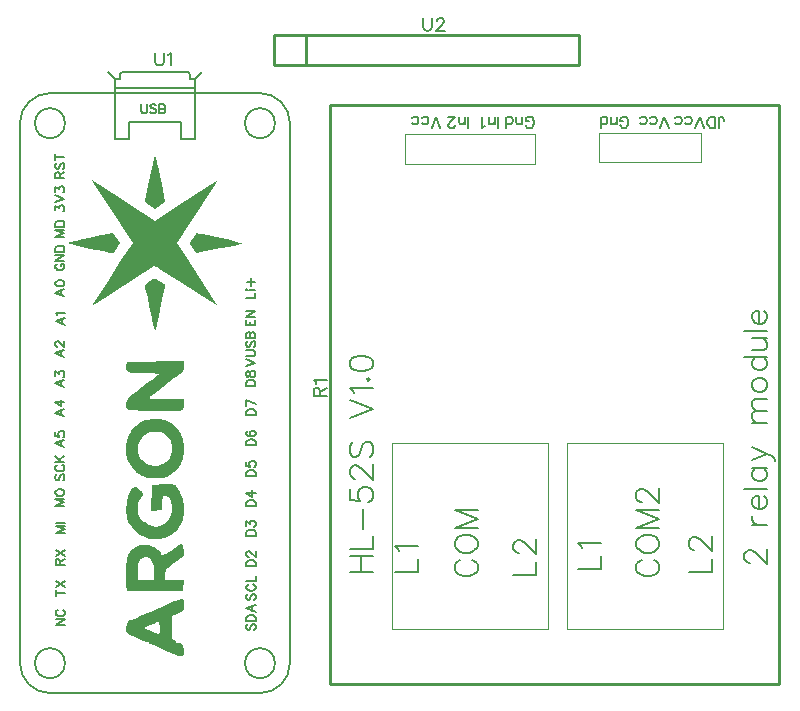
<source format=gto>
G04 Layer: TopSilkscreenLayer*
G04 EasyEDA v6.5.5, 2022-06-07 18:50:17*
G04 7653fe5fde93489792365d8cfc8fd1ed,10*
G04 Gerber Generator version 0.2*
G04 Scale: 100 percent, Rotated: No, Reflected: No *
G04 Dimensions in millimeters *
G04 leading zeros omitted , absolute positions ,4 integer and 5 decimal *
%FSLAX45Y45*%
%MOMM*%

%ADD10C,0.2540*%
%ADD16C,0.1000*%
%ADD17C,0.1270*%
%ADD18C,0.2032*%
%ADD19C,0.1524*%
%ADD20C,0.1780*%

%LPD*%
G36*
X2325065Y4695291D02*
G01*
X2324862Y4695240D01*
X2324100Y4693615D01*
X2321458Y4684725D01*
X2317445Y4669028D01*
X2305913Y4620209D01*
X2291029Y4553407D01*
X2274417Y4475835D01*
X2259330Y4404004D01*
X2247696Y4347210D01*
X2240788Y4312107D01*
X2239518Y4304131D01*
X2240381Y4302048D01*
X2242921Y4299051D01*
X2246884Y4295292D01*
X2252065Y4290872D01*
X2265629Y4280763D01*
X2273604Y4275277D01*
X2324658Y4242968D01*
X2409240Y4297781D01*
X2409291Y4299051D01*
X2407920Y4307941D01*
X2400503Y4346752D01*
X2388463Y4406138D01*
X2371750Y4486249D01*
X2354275Y4567936D01*
X2340406Y4631436D01*
X2329992Y4676902D01*
X2326741Y4690059D01*
G37*
G36*
X1792478Y4481322D02*
G01*
X1811832Y4450080D01*
X1928215Y4269435D01*
X2135124Y3949446D01*
X2040128Y3803446D01*
X1931568Y3635654D01*
X1867103Y3535476D01*
X1820011Y3461867D01*
X1800555Y3430828D01*
X1797100Y3423869D01*
X1798066Y3422294D01*
X1803806Y3425037D01*
X1831492Y3442360D01*
X1980234Y3537965D01*
X2318512Y3756151D01*
X2319985Y3756406D01*
X2322372Y3755999D01*
X2325573Y3754983D01*
X2334463Y3750970D01*
X2346452Y3744518D01*
X2361336Y3735781D01*
X2378862Y3724859D01*
X2554274Y3611575D01*
X2787040Y3461664D01*
X2848610Y3422243D01*
X2852216Y3420262D01*
X2853690Y3420160D01*
X2853588Y3421583D01*
X2850540Y3427018D01*
X2756865Y3572916D01*
X2593594Y3825951D01*
X2513584Y3949192D01*
X2624378Y4121505D01*
X2831947Y4443374D01*
X2851810Y4474616D01*
X2852826Y4477461D01*
X2850845Y4477359D01*
X2845155Y4474464D01*
X2830576Y4465472D01*
X2768752Y4426102D01*
X2672943Y4364532D01*
X2526893Y4270146D01*
X2324404Y4138625D01*
X1860702Y4438294D01*
X1813102Y4468723D01*
G37*
G36*
X2681884Y4033977D02*
G01*
X2678988Y4033469D01*
X2675737Y4031843D01*
X2672130Y4028998D01*
X2668016Y4024833D01*
X2663342Y4019296D01*
X2658110Y4012285D01*
X2652115Y4003700D01*
X2639618Y3984396D01*
X2630373Y3968343D01*
X2626969Y3961536D01*
X2624378Y3955694D01*
X2622702Y3950919D01*
X2621940Y3947210D01*
X2622143Y3944721D01*
X2623667Y3941216D01*
X2629001Y3931462D01*
X2636520Y3919067D01*
X2645410Y3905453D01*
X2654655Y3891889D01*
X2663393Y3879748D01*
X2670708Y3870299D01*
X2675737Y3864965D01*
X2677109Y3864203D01*
X2682494Y3865067D01*
X2714904Y3871518D01*
X2836265Y3896868D01*
X2990748Y3929887D01*
X3040989Y3940911D01*
X3069640Y3947566D01*
X3069691Y3947769D01*
X3068167Y3948480D01*
X3059277Y3951122D01*
X3043275Y3955287D01*
X2994456Y3966972D01*
X2930347Y3981704D01*
X2841802Y4001465D01*
X2774746Y4015943D01*
X2720289Y4027220D01*
X2700528Y4031081D01*
X2687116Y4033367D01*
G37*
G36*
X1964689Y4033774D02*
G01*
X1958339Y4032859D01*
X1925370Y4026560D01*
X1870913Y4015435D01*
X1801672Y4000804D01*
X1716633Y3982364D01*
X1651558Y3967683D01*
X1604060Y3956304D01*
X1588770Y3952290D01*
X1580134Y3949700D01*
X1578559Y3948937D01*
X1578508Y3948734D01*
X1583740Y3947058D01*
X1616811Y3939184D01*
X1672437Y3926789D01*
X1741525Y3911854D01*
X1824126Y3894378D01*
X1891741Y3880408D01*
X1944522Y3869842D01*
X1962454Y3866489D01*
X1973275Y3864711D01*
X1976018Y3864559D01*
X2030831Y3949141D01*
X1996338Y4003700D01*
X1989937Y4013301D01*
X1984552Y4020718D01*
X1979930Y4026154D01*
X1975866Y4029964D01*
X1972106Y4032351D01*
X1968500Y4033520D01*
G37*
G36*
X2322576Y3653790D02*
G01*
X2320696Y3653180D01*
X2312873Y3649116D01*
X2300935Y3642106D01*
X2286254Y3632911D01*
X2268728Y3621227D01*
X2260600Y3615436D01*
X2253945Y3610254D01*
X2248611Y3605682D01*
X2244648Y3601618D01*
X2241905Y3598011D01*
X2240280Y3594811D01*
X2239822Y3591915D01*
X2240838Y3583990D01*
X2243582Y3568903D01*
X2248966Y3541572D01*
X2261260Y3483152D01*
X2276246Y3414268D01*
X2297836Y3318154D01*
X2311654Y3258769D01*
X2321763Y3217926D01*
X2324811Y3207105D01*
X2326030Y3204108D01*
X2326233Y3204159D01*
X2330805Y3223564D01*
X2354224Y3330854D01*
X2386025Y3480511D01*
X2407005Y3582212D01*
X2409647Y3596690D01*
X2408732Y3598316D01*
X2406192Y3600856D01*
X2402281Y3604209D01*
X2391003Y3612642D01*
X2376779Y3622548D01*
X2361234Y3632708D01*
X2346248Y3642004D01*
X2333548Y3649218D01*
X2328570Y3651707D01*
X2324862Y3653282D01*
G37*
G36*
X2569565Y2951175D02*
G01*
X2084374Y2945028D01*
X2080209Y2908249D01*
X2079599Y2899511D01*
X2079599Y2891688D01*
X2080310Y2884678D01*
X2080971Y2881426D01*
X2081834Y2878429D01*
X2084273Y2872892D01*
X2085898Y2870403D01*
X2087778Y2868117D01*
X2089912Y2865932D01*
X2092401Y2863900D01*
X2095144Y2862072D01*
X2098243Y2860344D01*
X2101697Y2858770D01*
X2109622Y2856026D01*
X2119122Y2853740D01*
X2130196Y2851912D01*
X2143048Y2850438D01*
X2157730Y2849372D01*
X2174341Y2848610D01*
X2193036Y2848051D01*
X2288336Y2847289D01*
X2323541Y2846425D01*
X2335784Y2845663D01*
X2344826Y2844596D01*
X2350922Y2843276D01*
X2352954Y2842463D01*
X2354326Y2841548D01*
X2355138Y2840532D01*
X2355392Y2839415D01*
X2355088Y2838246D01*
X2354326Y2836875D01*
X2351430Y2833878D01*
X2315464Y2805887D01*
X2302052Y2795016D01*
X2284679Y2781909D01*
X2259888Y2763621D01*
X2177643Y2704185D01*
X2161540Y2692095D01*
X2147214Y2680970D01*
X2134514Y2670708D01*
X2123389Y2661208D01*
X2113686Y2652420D01*
X2105406Y2644140D01*
X2098446Y2636418D01*
X2092706Y2629052D01*
X2088032Y2622042D01*
X2084425Y2615184D01*
X2081784Y2608529D01*
X2080006Y2601823D01*
X2078989Y2595118D01*
X2078685Y2588260D01*
X2078989Y2581452D01*
X2079752Y2574544D01*
X2081022Y2567787D01*
X2082698Y2561285D01*
X2084730Y2555290D01*
X2087067Y2549956D01*
X2089657Y2545486D01*
X2092401Y2542082D01*
X2094484Y2540863D01*
X2098344Y2539746D01*
X2103780Y2538628D01*
X2119172Y2536545D01*
X2139899Y2534666D01*
X2165197Y2532989D01*
X2194204Y2531465D01*
X2260396Y2529179D01*
X2332075Y2527858D01*
X2376830Y2527604D01*
X2411425Y2527655D01*
X2444038Y2528062D01*
X2473858Y2528722D01*
X2500172Y2529738D01*
X2522118Y2531059D01*
X2531211Y2531821D01*
X2538933Y2532735D01*
X2545130Y2533700D01*
X2549804Y2534716D01*
X2551480Y2535275D01*
X2555798Y2537612D01*
X2559456Y2541066D01*
X2562555Y2545689D01*
X2565095Y2551480D01*
X2567076Y2558440D01*
X2568448Y2566619D01*
X2569260Y2576017D01*
X2569565Y2586634D01*
X2569565Y2631084D01*
X2346502Y2631135D01*
X2321509Y2631541D01*
X2302306Y2632608D01*
X2294788Y2633421D01*
X2288743Y2634538D01*
X2284018Y2635910D01*
X2280615Y2637637D01*
X2279446Y2638602D01*
X2278583Y2639669D01*
X2278075Y2640838D01*
X2277872Y2642108D01*
X2277973Y2643479D01*
X2279192Y2646578D01*
X2281682Y2650134D01*
X2285339Y2654147D01*
X2290267Y2658719D01*
X2296414Y2663901D01*
X2312162Y2675991D01*
X2389225Y2731668D01*
X2420569Y2755239D01*
X2443378Y2772918D01*
X2462174Y2788056D01*
X2488285Y2810103D01*
X2499969Y2819247D01*
X2511856Y2828086D01*
X2523286Y2836113D01*
X2533599Y2842971D01*
X2544114Y2849473D01*
X2549347Y2853131D01*
X2553817Y2856839D01*
X2557627Y2860700D01*
X2560828Y2864764D01*
X2563418Y2869184D01*
X2565501Y2874010D01*
X2567076Y2879344D01*
X2568244Y2885338D01*
X2569006Y2891993D01*
X2569413Y2899410D01*
X2569565Y2907741D01*
G37*
G36*
X2323642Y2460447D02*
G01*
X2310333Y2460193D01*
X2297074Y2459431D01*
X2284018Y2458262D01*
X2271166Y2456586D01*
X2258669Y2454503D01*
X2246630Y2451963D01*
X2235098Y2448915D01*
X2224176Y2445461D01*
X2213914Y2441549D01*
X2204466Y2437130D01*
X2194864Y2431897D01*
X2185568Y2426106D01*
X2176627Y2419756D01*
X2167991Y2413000D01*
X2159711Y2405735D01*
X2151837Y2398014D01*
X2144268Y2389886D01*
X2137054Y2381351D01*
X2130247Y2372461D01*
X2123795Y2363216D01*
X2117750Y2353665D01*
X2112111Y2343810D01*
X2106828Y2333650D01*
X2102002Y2323236D01*
X2097532Y2312619D01*
X2093569Y2301798D01*
X2089962Y2290775D01*
X2086813Y2279599D01*
X2084120Y2268321D01*
X2081885Y2256891D01*
X2080107Y2245410D01*
X2078786Y2233828D01*
X2077974Y2222246D01*
X2077685Y2214422D01*
X2182012Y2214422D01*
X2182215Y2228291D01*
X2182977Y2240229D01*
X2184400Y2250592D01*
X2185416Y2255367D01*
X2186635Y2259888D01*
X2188108Y2264206D01*
X2189886Y2268474D01*
X2194306Y2276703D01*
X2200046Y2285136D01*
X2207209Y2294077D01*
X2216048Y2303932D01*
X2226513Y2315006D01*
X2236114Y2324760D01*
X2244699Y2332583D01*
X2252776Y2338730D01*
X2256790Y2341219D01*
X2260854Y2343353D01*
X2265070Y2345131D01*
X2269490Y2346655D01*
X2274163Y2347874D01*
X2279142Y2348890D01*
X2284577Y2349652D01*
X2296871Y2350617D01*
X2311603Y2351024D01*
X2346553Y2350820D01*
X2361082Y2350262D01*
X2373274Y2349195D01*
X2383536Y2347417D01*
X2388108Y2346198D01*
X2392426Y2344724D01*
X2396439Y2342997D01*
X2400350Y2341016D01*
X2404110Y2338679D01*
X2407818Y2336038D01*
X2411526Y2333040D01*
X2419197Y2325878D01*
X2427579Y2316988D01*
X2437434Y2305913D01*
X2446324Y2294890D01*
X2449982Y2289708D01*
X2453233Y2284577D01*
X2456078Y2279497D01*
X2458466Y2274366D01*
X2460548Y2269083D01*
X2462225Y2263597D01*
X2463596Y2257806D01*
X2464714Y2251608D01*
X2465527Y2245004D01*
X2466543Y2230018D01*
X2466746Y2205532D01*
X2465984Y2192528D01*
X2464409Y2180132D01*
X2463393Y2174189D01*
X2460650Y2162810D01*
X2459024Y2157323D01*
X2457196Y2152040D01*
X2452878Y2141880D01*
X2450439Y2137003D01*
X2447798Y2132330D01*
X2441854Y2123389D01*
X2435148Y2115007D01*
X2427579Y2107184D01*
X2419146Y2099970D01*
X2409901Y2093264D01*
X2404973Y2090115D01*
X2394458Y2084222D01*
X2383028Y2078888D01*
X2370785Y2074062D01*
X2358644Y2070049D01*
X2347366Y2067255D01*
X2336241Y2065477D01*
X2325268Y2064613D01*
X2319782Y2064562D01*
X2314346Y2064766D01*
X2303576Y2065934D01*
X2292858Y2068068D01*
X2282190Y2071217D01*
X2276856Y2073148D01*
X2266289Y2077821D01*
X2255723Y2083460D01*
X2245156Y2090115D01*
X2239873Y2093823D01*
X2229358Y2102053D01*
X2218791Y2111248D01*
X2213457Y2116226D01*
X2204821Y2125167D01*
X2201113Y2129434D01*
X2197862Y2133701D01*
X2194966Y2137968D01*
X2192477Y2142388D01*
X2190292Y2146960D01*
X2188413Y2151786D01*
X2186838Y2156866D01*
X2185517Y2162352D01*
X2184450Y2168296D01*
X2182977Y2181656D01*
X2182266Y2197557D01*
X2182012Y2214422D01*
X2077685Y2214422D01*
X2077618Y2204821D01*
X2077974Y2193188D01*
X2078837Y2181656D01*
X2080260Y2170176D01*
X2082139Y2158796D01*
X2084527Y2147519D01*
X2087473Y2136343D01*
X2090978Y2125370D01*
X2094992Y2114600D01*
X2099564Y2103983D01*
X2104948Y2093163D01*
X2111603Y2081682D01*
X2119274Y2070049D01*
X2127707Y2058365D01*
X2136800Y2046884D01*
X2146300Y2035759D01*
X2156104Y2025142D01*
X2165959Y2015286D01*
X2175814Y2006244D01*
X2185365Y1998319D01*
X2194458Y1991614D01*
X2202992Y1986330D01*
X2206955Y1984248D01*
X2210714Y1982622D01*
X2214219Y1981403D01*
X2217470Y1980641D01*
X2227478Y1979523D01*
X2234336Y1977085D01*
X2240178Y1973427D01*
X2245512Y1967534D01*
X2247544Y1966163D01*
X2250287Y1964893D01*
X2253589Y1963724D01*
X2261971Y1961743D01*
X2272334Y1960168D01*
X2284323Y1959000D01*
X2297582Y1958238D01*
X2311755Y1957882D01*
X2326538Y1957933D01*
X2341575Y1958339D01*
X2356459Y1959203D01*
X2370886Y1960372D01*
X2384450Y1961946D01*
X2396896Y1963877D01*
X2407767Y1966163D01*
X2416810Y1968855D01*
X2420467Y1970328D01*
X2423566Y1971852D01*
X2436520Y1979472D01*
X2448814Y1987194D01*
X2460396Y1995017D01*
X2471369Y2002942D01*
X2481630Y2010968D01*
X2491282Y2019198D01*
X2500325Y2027580D01*
X2508758Y2036114D01*
X2516530Y2044903D01*
X2523744Y2053894D01*
X2530398Y2063191D01*
X2536494Y2072690D01*
X2541981Y2082546D01*
X2547010Y2092655D01*
X2551430Y2103120D01*
X2555341Y2113940D01*
X2558796Y2125116D01*
X2561691Y2136698D01*
X2564180Y2148687D01*
X2566111Y2161133D01*
X2567635Y2173986D01*
X2568702Y2187346D01*
X2569362Y2201164D01*
X2569565Y2215489D01*
X2569260Y2229154D01*
X2568448Y2242515D01*
X2567076Y2255570D01*
X2565146Y2268372D01*
X2562656Y2280818D01*
X2559659Y2292959D01*
X2556103Y2304745D01*
X2552039Y2316226D01*
X2547416Y2327402D01*
X2542286Y2338171D01*
X2536647Y2348585D01*
X2530500Y2358694D01*
X2523845Y2368397D01*
X2516682Y2377744D01*
X2509012Y2386685D01*
X2500833Y2395220D01*
X2492146Y2403398D01*
X2483002Y2411120D01*
X2473350Y2418486D01*
X2463241Y2425395D01*
X2452674Y2431897D01*
X2441600Y2437942D01*
X2432354Y2442260D01*
X2422347Y2446121D01*
X2411577Y2449525D01*
X2400198Y2452471D01*
X2388260Y2454960D01*
X2375916Y2456942D01*
X2363165Y2458516D01*
X2350160Y2459634D01*
X2336952Y2460244D01*
G37*
G36*
X2439365Y1910689D02*
G01*
X2406396Y1909876D01*
X2301290Y1906219D01*
X2294737Y1682191D01*
X2381199Y1689303D01*
X2385415Y1761388D01*
X2387244Y1780590D01*
X2388463Y1787906D01*
X2389886Y1793951D01*
X2391664Y1798726D01*
X2393797Y1802434D01*
X2396337Y1805228D01*
X2399334Y1807159D01*
X2402941Y1808378D01*
X2407107Y1808988D01*
X2411933Y1809191D01*
X2416352Y1808988D01*
X2420569Y1808480D01*
X2424633Y1807616D01*
X2428494Y1806397D01*
X2432151Y1804822D01*
X2435606Y1802892D01*
X2438908Y1800656D01*
X2442006Y1798015D01*
X2444953Y1795068D01*
X2447696Y1791716D01*
X2450236Y1788058D01*
X2452573Y1784045D01*
X2454757Y1779676D01*
X2456738Y1774952D01*
X2458567Y1769872D01*
X2461615Y1758645D01*
X2463901Y1745996D01*
X2465476Y1731975D01*
X2466289Y1716481D01*
X2466441Y1701495D01*
X2465882Y1688541D01*
X2464663Y1676247D01*
X2462784Y1664563D01*
X2460244Y1653438D01*
X2457043Y1642872D01*
X2455214Y1637792D01*
X2450947Y1628089D01*
X2446020Y1618894D01*
X2440330Y1610207D01*
X2433980Y1602028D01*
X2426868Y1594307D01*
X2418994Y1587093D01*
X2410409Y1580286D01*
X2401011Y1573885D01*
X2390851Y1567942D01*
X2379929Y1562404D01*
X2367991Y1556969D01*
X2357577Y1553057D01*
X2352802Y1551584D01*
X2348179Y1550517D01*
X2343658Y1549755D01*
X2339136Y1549349D01*
X2334564Y1549298D01*
X2329942Y1549603D01*
X2325065Y1550212D01*
X2319934Y1551127D01*
X2308606Y1553972D01*
X2295398Y1558086D01*
X2285746Y1561744D01*
X2275332Y1566519D01*
X2264562Y1572107D01*
X2253742Y1578457D01*
X2243124Y1585264D01*
X2233117Y1592427D01*
X2224024Y1599641D01*
X2216150Y1606753D01*
X2207666Y1615287D01*
X2200656Y1623110D01*
X2195017Y1630578D01*
X2190597Y1638147D01*
X2188768Y1642059D01*
X2187194Y1646174D01*
X2185873Y1650492D01*
X2184755Y1655114D01*
X2183079Y1665325D01*
X2182063Y1677263D01*
X2181555Y1691284D01*
X2181453Y1707794D01*
X2181860Y1725675D01*
X2182977Y1741728D01*
X2184755Y1755292D01*
X2185873Y1760982D01*
X2187092Y1765807D01*
X2188413Y1769668D01*
X2189784Y1772564D01*
X2191308Y1774342D01*
X2197303Y1776272D01*
X2200910Y1779981D01*
X2203348Y1785416D01*
X2205177Y1798726D01*
X2207615Y1804162D01*
X2211222Y1807819D01*
X2215692Y1809191D01*
X2219299Y1809496D01*
X2222195Y1810359D01*
X2224430Y1811731D01*
X2225954Y1813610D01*
X2226818Y1815998D01*
X2227021Y1818792D01*
X2226564Y1821942D01*
X2225497Y1825498D01*
X2223770Y1829307D01*
X2221484Y1833473D01*
X2218588Y1837842D01*
X2215134Y1842414D01*
X2211070Y1847189D01*
X2206498Y1852117D01*
X2201367Y1857146D01*
X2189683Y1867255D01*
X2184044Y1871725D01*
X2178659Y1875485D01*
X2173579Y1878685D01*
X2168753Y1881225D01*
X2164181Y1883105D01*
X2159762Y1884324D01*
X2155545Y1884883D01*
X2151430Y1884832D01*
X2147468Y1884070D01*
X2143607Y1882597D01*
X2139797Y1880463D01*
X2136038Y1877669D01*
X2132279Y1874113D01*
X2128520Y1869846D01*
X2124710Y1864918D01*
X2120849Y1859229D01*
X2112772Y1845614D01*
X2106523Y1833625D01*
X2102713Y1824736D01*
X2099208Y1814982D01*
X2095957Y1804466D01*
X2093061Y1793290D01*
X2090420Y1781505D01*
X2088184Y1769262D01*
X2086203Y1756664D01*
X2084628Y1743760D01*
X2083358Y1730654D01*
X2082444Y1717497D01*
X2081885Y1704289D01*
X2081682Y1691233D01*
X2081834Y1678330D01*
X2082393Y1665732D01*
X2083358Y1653539D01*
X2084679Y1641856D01*
X2086406Y1630730D01*
X2088489Y1620266D01*
X2091029Y1610614D01*
X2093975Y1602028D01*
X2098192Y1592935D01*
X2103780Y1582775D01*
X2110486Y1571955D01*
X2118106Y1560728D01*
X2126437Y1549501D01*
X2135174Y1538630D01*
X2144166Y1528368D01*
X2152954Y1519326D01*
X2161540Y1511147D01*
X2170379Y1503426D01*
X2179320Y1496161D01*
X2188464Y1489354D01*
X2197760Y1483055D01*
X2207209Y1477213D01*
X2216759Y1471828D01*
X2226462Y1466951D01*
X2236216Y1462481D01*
X2246122Y1458468D01*
X2256028Y1454912D01*
X2266035Y1451864D01*
X2276144Y1449222D01*
X2286203Y1447038D01*
X2296363Y1445260D01*
X2306523Y1443990D01*
X2316683Y1443126D01*
X2326792Y1442720D01*
X2336952Y1442770D01*
X2347010Y1443228D01*
X2357069Y1444091D01*
X2367076Y1445412D01*
X2376982Y1447190D01*
X2386838Y1449374D01*
X2396540Y1452016D01*
X2406192Y1455013D01*
X2415692Y1458468D01*
X2425090Y1462379D01*
X2434336Y1466646D01*
X2443429Y1471371D01*
X2452370Y1476451D01*
X2461107Y1481988D01*
X2469642Y1487932D01*
X2477973Y1494282D01*
X2486101Y1501038D01*
X2494026Y1508150D01*
X2501696Y1515719D01*
X2509062Y1523644D01*
X2516225Y1531975D01*
X2523083Y1540713D01*
X2529636Y1549857D01*
X2535936Y1559356D01*
X2541879Y1569262D01*
X2547467Y1579524D01*
X2552801Y1590192D01*
X2557119Y1600098D01*
X2560421Y1609750D01*
X2563164Y1620570D01*
X2565450Y1632305D01*
X2567279Y1644853D01*
X2568549Y1658061D01*
X2569413Y1671828D01*
X2569768Y1685950D01*
X2569667Y1700377D01*
X2569108Y1714906D01*
X2568041Y1729435D01*
X2566568Y1743760D01*
X2564688Y1757832D01*
X2562301Y1771446D01*
X2559507Y1784451D01*
X2556256Y1796796D01*
X2552649Y1808276D01*
X2548534Y1818741D01*
X2535326Y1846427D01*
X2528824Y1859280D01*
X2522778Y1870354D01*
X2516987Y1879752D01*
X2511196Y1887677D01*
X2505202Y1894128D01*
X2502052Y1896872D01*
X2498801Y1899361D01*
X2495346Y1901494D01*
X2491740Y1903374D01*
X2487930Y1905000D01*
X2483815Y1906422D01*
X2479497Y1907590D01*
X2469896Y1909267D01*
X2458923Y1910283D01*
G37*
G36*
X2549652Y1400708D02*
G01*
X2545638Y1400556D01*
X2541016Y1399946D01*
X2531719Y1397762D01*
X2523236Y1394714D01*
X2516479Y1391259D01*
X2512466Y1387754D01*
X2510739Y1385671D01*
X2504643Y1380032D01*
X2495753Y1372920D01*
X2484577Y1364640D01*
X2471775Y1355699D01*
X2457958Y1346403D01*
X2429967Y1328572D01*
X2416962Y1320850D01*
X2405532Y1314450D01*
X2396236Y1309776D01*
X2392578Y1308201D01*
X2389733Y1307236D01*
X2387701Y1306880D01*
X2382977Y1308252D01*
X2379065Y1311910D01*
X2376474Y1317294D01*
X2375154Y1326946D01*
X2374239Y1330147D01*
X2372715Y1333449D01*
X2370632Y1336802D01*
X2367991Y1340256D01*
X2364892Y1343761D01*
X2361336Y1347317D01*
X2357374Y1350873D01*
X2353005Y1354429D01*
X2343200Y1361440D01*
X2332228Y1368247D01*
X2320340Y1374749D01*
X2307742Y1380693D01*
X2294788Y1386027D01*
X2281732Y1390548D01*
X2268728Y1394155D01*
X2262378Y1395577D01*
X2250084Y1397558D01*
X2244242Y1398066D01*
X2238552Y1398219D01*
X2226259Y1397660D01*
X2220061Y1396949D01*
X2207768Y1394764D01*
X2201672Y1393291D01*
X2195626Y1391564D01*
X2183638Y1387348D01*
X2172004Y1382268D01*
X2160727Y1376324D01*
X2149856Y1369517D01*
X2139594Y1361998D01*
X2134666Y1357985D01*
X2125370Y1349451D01*
X2116836Y1340256D01*
X2112873Y1335430D01*
X2105660Y1325422D01*
X2099360Y1314907D01*
X2096617Y1309522D01*
X2094026Y1302969D01*
X2091588Y1294841D01*
X2089353Y1285290D01*
X2087321Y1274368D01*
X2085492Y1262278D01*
X2083816Y1249172D01*
X2082342Y1235202D01*
X2080006Y1205280D01*
X2079091Y1189583D01*
X2078431Y1173632D01*
X2077770Y1149553D01*
X2077618Y1133602D01*
X2077904Y1101394D01*
X2181453Y1101394D01*
X2181453Y1192987D01*
X2181860Y1213916D01*
X2182266Y1222756D01*
X2183638Y1237589D01*
X2184603Y1243787D01*
X2185822Y1249273D01*
X2187295Y1254099D01*
X2189073Y1258417D01*
X2191156Y1262227D01*
X2193544Y1265732D01*
X2196287Y1268933D01*
X2199386Y1271930D01*
X2206802Y1277721D01*
X2212289Y1281379D01*
X2217623Y1284630D01*
X2222754Y1287424D01*
X2227732Y1289710D01*
X2232558Y1291539D01*
X2237232Y1292961D01*
X2241804Y1293876D01*
X2246223Y1294282D01*
X2250592Y1294282D01*
X2254808Y1293774D01*
X2259025Y1292809D01*
X2263089Y1291336D01*
X2267153Y1289405D01*
X2271166Y1287018D01*
X2275128Y1284122D01*
X2279040Y1280718D01*
X2282952Y1276858D01*
X2286914Y1272540D01*
X2294788Y1262329D01*
X2297887Y1257808D01*
X2300732Y1253185D01*
X2305710Y1243533D01*
X2307844Y1238504D01*
X2309774Y1233271D01*
X2311501Y1227836D01*
X2313025Y1222146D01*
X2315464Y1210005D01*
X2317140Y1196594D01*
X2318105Y1181760D01*
X2318410Y1165301D01*
X2318410Y1101394D01*
X2077904Y1101394D01*
X2078989Y1073759D01*
X2079853Y1060551D01*
X2080920Y1048359D01*
X2082241Y1037285D01*
X2083765Y1027531D01*
X2085492Y1019251D01*
X2087422Y1012545D01*
X2089607Y1007618D01*
X2090775Y1005840D01*
X2091994Y1004569D01*
X2093264Y1003757D01*
X2098649Y1002893D01*
X2109571Y1002182D01*
X2146046Y1001064D01*
X2198624Y1000556D01*
X2263241Y1000607D01*
X2335885Y1001268D01*
X2563876Y1004366D01*
X2570886Y1101394D01*
X2409748Y1101394D01*
X2409799Y1147927D01*
X2410256Y1158341D01*
X2411425Y1167638D01*
X2413558Y1176070D01*
X2415082Y1180084D01*
X2416911Y1183995D01*
X2419146Y1187805D01*
X2421737Y1191615D01*
X2424734Y1195425D01*
X2428240Y1199286D01*
X2432202Y1203248D01*
X2441702Y1211529D01*
X2453538Y1220571D01*
X2467965Y1230680D01*
X2485186Y1242110D01*
X2570734Y1296974D01*
X2566517Y1361236D01*
X2565704Y1370431D01*
X2564739Y1378204D01*
X2563571Y1384655D01*
X2562148Y1389837D01*
X2560472Y1393850D01*
X2558389Y1396847D01*
X2555951Y1398930D01*
X2553055Y1400200D01*
G37*
G36*
X2550261Y936244D02*
G01*
X2546858Y936091D01*
X2538933Y934821D01*
X2529332Y932281D01*
X2517902Y928420D01*
X2504490Y923340D01*
X2488946Y916940D01*
X2450846Y900328D01*
X2385466Y871270D01*
X2361438Y860856D01*
X2307844Y838453D01*
X2237994Y810717D01*
X2210714Y798677D01*
X2196846Y792073D01*
X2183892Y785622D01*
X2172512Y779576D01*
X2156714Y771550D01*
X2148840Y768045D01*
X2141270Y764997D01*
X2134260Y762508D01*
X2128012Y760577D01*
X2122728Y759358D01*
X2114448Y758494D01*
X2110384Y757224D01*
X2106523Y755142D01*
X2102815Y752297D01*
X2099310Y748842D01*
X2096058Y744829D01*
X2093010Y740257D01*
X2090216Y735228D01*
X2087727Y729843D01*
X2085492Y724103D01*
X2083562Y718159D01*
X2081987Y712012D01*
X2080717Y705713D01*
X2079752Y699363D01*
X2079149Y691286D01*
X2233777Y691286D01*
X2265984Y707999D01*
X2279751Y714502D01*
X2286660Y717346D01*
X2299665Y721868D01*
X2305354Y723392D01*
X2310180Y724357D01*
X2313990Y724712D01*
X2320137Y725627D01*
X2325166Y728065D01*
X2328570Y731672D01*
X2331161Y740562D01*
X2334869Y744169D01*
X2340305Y746658D01*
X2346960Y747522D01*
X2350008Y747217D01*
X2352700Y746302D01*
X2355088Y744677D01*
X2357170Y742340D01*
X2358898Y739140D01*
X2360371Y735177D01*
X2361590Y730250D01*
X2362504Y724408D01*
X2363216Y717550D01*
X2363724Y709625D01*
X2364079Y690372D01*
X2363825Y668528D01*
X2363470Y660196D01*
X2362860Y653491D01*
X2361996Y648309D01*
X2360777Y644448D01*
X2359202Y641908D01*
X2357221Y640486D01*
X2354783Y640181D01*
X2351786Y640791D01*
X2348230Y642213D01*
X2332786Y650189D01*
X2310688Y660247D01*
X2291638Y668324D01*
X2233777Y691286D01*
X2079149Y691286D01*
X2079040Y686816D01*
X2079243Y680720D01*
X2079853Y674827D01*
X2080869Y669239D01*
X2082342Y663956D01*
X2084273Y659130D01*
X2086711Y654761D01*
X2089556Y650900D01*
X2092960Y647700D01*
X2098395Y643991D01*
X2106422Y639318D01*
X2116429Y633984D01*
X2140254Y622401D01*
X2190953Y599897D01*
X2211476Y590245D01*
X2222703Y584657D01*
X2232406Y580948D01*
X2237435Y579374D01*
X2247188Y577138D01*
X2251608Y576529D01*
X2255469Y576326D01*
X2262174Y575411D01*
X2267661Y572973D01*
X2271369Y569315D01*
X2273960Y560476D01*
X2277262Y556818D01*
X2282139Y554380D01*
X2288133Y553466D01*
X2291892Y553161D01*
X2296718Y552196D01*
X2308707Y548792D01*
X2322576Y543661D01*
X2336647Y537464D01*
X2354021Y529285D01*
X2402078Y507796D01*
X2458313Y483311D01*
X2485948Y470611D01*
X2508199Y459536D01*
X2513279Y457454D01*
X2524506Y453948D01*
X2530348Y452628D01*
X2536088Y451612D01*
X2541574Y450951D01*
X2546553Y450748D01*
X2553004Y451104D01*
X2558186Y452475D01*
X2562199Y455015D01*
X2565196Y458978D01*
X2567279Y464616D01*
X2568651Y472185D01*
X2569362Y481939D01*
X2569565Y494131D01*
X2569362Y502716D01*
X2568803Y510743D01*
X2567889Y518210D01*
X2566568Y525119D01*
X2564892Y531469D01*
X2562809Y537260D01*
X2560421Y542544D01*
X2557576Y547217D01*
X2554427Y551383D01*
X2550871Y554939D01*
X2546908Y557987D01*
X2542590Y560476D01*
X2537917Y562406D01*
X2532888Y563778D01*
X2527452Y564591D01*
X2521610Y564896D01*
X2513634Y565810D01*
X2507081Y568248D01*
X2502662Y571855D01*
X2499715Y580745D01*
X2496058Y584352D01*
X2490571Y586841D01*
X2481935Y587857D01*
X2480056Y588314D01*
X2478379Y589178D01*
X2476804Y590346D01*
X2475382Y591972D01*
X2474112Y594055D01*
X2472944Y596646D01*
X2471877Y599744D01*
X2470150Y607669D01*
X2468829Y618083D01*
X2467864Y631240D01*
X2467254Y647496D01*
X2466898Y667004D01*
X2466797Y792632D01*
X2526690Y819962D01*
X2540812Y826871D01*
X2546553Y830021D01*
X2551430Y833119D01*
X2555595Y836168D01*
X2559100Y839317D01*
X2561945Y842619D01*
X2564231Y846124D01*
X2566009Y849934D01*
X2567330Y854202D01*
X2568295Y858926D01*
X2568956Y864158D01*
X2569514Y876706D01*
X2569464Y900023D01*
X2569159Y909015D01*
X2568397Y916736D01*
X2567127Y923188D01*
X2566263Y925880D01*
X2565146Y928319D01*
X2563825Y930402D01*
X2562301Y932180D01*
X2560472Y933602D01*
X2558389Y934770D01*
X2556002Y935583D01*
X2553309Y936040D01*
G37*
D19*
X3669284Y2654300D02*
G01*
X3778250Y2654300D01*
X3669284Y2654300D02*
G01*
X3669284Y2701036D01*
X3674363Y2716529D01*
X3679697Y2721863D01*
X3690111Y2726944D01*
X3700525Y2726944D01*
X3710940Y2721863D01*
X3716020Y2716529D01*
X3721100Y2701036D01*
X3721100Y2654300D01*
X3721100Y2690621D02*
G01*
X3778250Y2726944D01*
X3690111Y2761234D02*
G01*
X3684777Y2771647D01*
X3669284Y2787395D01*
X3778250Y2787395D01*
D18*
X7361176Y1241044D02*
G01*
X7352032Y1241044D01*
X7333490Y1250442D01*
X7324346Y1259586D01*
X7315202Y1278128D01*
X7315202Y1314957D01*
X7324346Y1333500D01*
X7333490Y1342644D01*
X7352032Y1352042D01*
X7370574Y1352042D01*
X7389116Y1342644D01*
X7416802Y1324355D01*
X7509004Y1231900D01*
X7509004Y1361186D01*
X7379718Y1564386D02*
G01*
X7509004Y1564386D01*
X7435090Y1564386D02*
G01*
X7407404Y1573529D01*
X7389116Y1592071D01*
X7379718Y1610613D01*
X7379718Y1638300D01*
X7435090Y1699260D02*
G01*
X7435090Y1810004D01*
X7416802Y1810004D01*
X7398260Y1800860D01*
X7389116Y1791715D01*
X7379718Y1773173D01*
X7379718Y1745487D01*
X7389116Y1726945D01*
X7407404Y1708404D01*
X7435090Y1699260D01*
X7453632Y1699260D01*
X7481318Y1708404D01*
X7499860Y1726945D01*
X7509004Y1745487D01*
X7509004Y1773173D01*
X7499860Y1791715D01*
X7481318Y1810004D01*
X7315202Y1870963D02*
G01*
X7509004Y1870963D01*
X7379718Y2042921D02*
G01*
X7509004Y2042921D01*
X7407404Y2042921D02*
G01*
X7389116Y2024379D01*
X7379718Y2005837D01*
X7379718Y1978152D01*
X7389116Y1959610D01*
X7407404Y1941321D01*
X7435090Y1931923D01*
X7453632Y1931923D01*
X7481318Y1941321D01*
X7499860Y1959610D01*
X7509004Y1978152D01*
X7509004Y2005837D01*
X7499860Y2024379D01*
X7481318Y2042921D01*
X7379718Y2113026D02*
G01*
X7509004Y2168397D01*
X7379718Y2223770D02*
G01*
X7509004Y2168397D01*
X7546088Y2150110D01*
X7564376Y2131568D01*
X7573774Y2113026D01*
X7573774Y2103881D01*
X7379718Y2426970D02*
G01*
X7509004Y2426970D01*
X7416802Y2426970D02*
G01*
X7389116Y2454910D01*
X7379718Y2473197D01*
X7379718Y2500884D01*
X7389116Y2519426D01*
X7416802Y2528570D01*
X7509004Y2528570D01*
X7416802Y2528570D02*
G01*
X7389116Y2556510D01*
X7379718Y2574797D01*
X7379718Y2602484D01*
X7389116Y2621026D01*
X7416802Y2630170D01*
X7509004Y2630170D01*
X7379718Y2737357D02*
G01*
X7389116Y2719070D01*
X7407404Y2700528D01*
X7435090Y2691129D01*
X7453632Y2691129D01*
X7481318Y2700528D01*
X7499860Y2719070D01*
X7509004Y2737357D01*
X7509004Y2765044D01*
X7499860Y2783586D01*
X7481318Y2802128D01*
X7453632Y2811271D01*
X7435090Y2811271D01*
X7407404Y2802128D01*
X7389116Y2783586D01*
X7379718Y2765044D01*
X7379718Y2737357D01*
X7315202Y2983229D02*
G01*
X7509004Y2983229D01*
X7407404Y2983229D02*
G01*
X7389116Y2964687D01*
X7379718Y2946145D01*
X7379718Y2918460D01*
X7389116Y2899918D01*
X7407404Y2881629D01*
X7435090Y2872231D01*
X7453632Y2872231D01*
X7481318Y2881629D01*
X7499860Y2899918D01*
X7509004Y2918460D01*
X7509004Y2946145D01*
X7499860Y2964687D01*
X7481318Y2983229D01*
X7379718Y3044189D02*
G01*
X7472174Y3044189D01*
X7499860Y3053334D01*
X7509004Y3071876D01*
X7509004Y3099562D01*
X7499860Y3117850D01*
X7472174Y3145789D01*
X7379718Y3145789D02*
G01*
X7509004Y3145789D01*
X7315202Y3206750D02*
G01*
X7509004Y3206750D01*
X7435090Y3267710D02*
G01*
X7435090Y3378454D01*
X7416802Y3378454D01*
X7398260Y3369310D01*
X7389116Y3359912D01*
X7379718Y3341370D01*
X7379718Y3313684D01*
X7389116Y3295395D01*
X7407404Y3276854D01*
X7435090Y3267710D01*
X7453632Y3267710D01*
X7481318Y3276854D01*
X7499860Y3295395D01*
X7509004Y3313684D01*
X7509004Y3341370D01*
X7499860Y3359912D01*
X7481318Y3378454D01*
X7095995Y4923789D02*
G01*
X7095995Y4996687D01*
X7100567Y5010150D01*
X7105139Y5014721D01*
X7114283Y5019294D01*
X7123173Y5019294D01*
X7132317Y5014721D01*
X7136889Y5010150D01*
X7141461Y4996687D01*
X7141461Y4987544D01*
X7066023Y4923789D02*
G01*
X7066023Y5019294D01*
X7066023Y4923789D02*
G01*
X7034273Y4923789D01*
X7020557Y4928362D01*
X7011413Y4937505D01*
X7006841Y4946650D01*
X7002269Y4960112D01*
X7002269Y4982971D01*
X7006841Y4996687D01*
X7011413Y5005578D01*
X7020557Y5014721D01*
X7034273Y5019294D01*
X7066023Y5019294D01*
X6972297Y4923789D02*
G01*
X6935975Y5019294D01*
X6899653Y4923789D02*
G01*
X6935975Y5019294D01*
X6815071Y4969255D02*
G01*
X6824215Y4960112D01*
X6833359Y4955794D01*
X6846821Y4955794D01*
X6855965Y4960112D01*
X6865109Y4969255D01*
X6869681Y4982971D01*
X6869681Y4992115D01*
X6865109Y5005578D01*
X6855965Y5014721D01*
X6846821Y5019294D01*
X6833359Y5019294D01*
X6824215Y5014721D01*
X6815071Y5005578D01*
X6730489Y4969255D02*
G01*
X6739633Y4960112D01*
X6748777Y4955794D01*
X6762493Y4955794D01*
X6771383Y4960112D01*
X6780527Y4969255D01*
X6785099Y4982971D01*
X6785099Y4992115D01*
X6780527Y5005578D01*
X6771383Y5014721D01*
X6762493Y5019294D01*
X6748777Y5019294D01*
X6739633Y5014721D01*
X6730489Y5005578D01*
X6673847Y4923787D02*
G01*
X6637525Y5019291D01*
X6601203Y4923787D02*
G01*
X6637525Y5019291D01*
X6516621Y4969253D02*
G01*
X6525765Y4960109D01*
X6534655Y4955791D01*
X6548371Y4955791D01*
X6557515Y4960109D01*
X6566659Y4969253D01*
X6571231Y4982969D01*
X6571231Y4992113D01*
X6566659Y5005575D01*
X6557515Y5014719D01*
X6548371Y5019291D01*
X6534655Y5019291D01*
X6525765Y5014719D01*
X6516621Y5005575D01*
X6432039Y4969253D02*
G01*
X6441183Y4960109D01*
X6450327Y4955791D01*
X6463789Y4955791D01*
X6472933Y4960109D01*
X6482077Y4969253D01*
X6486649Y4982969D01*
X6486649Y4992113D01*
X6482077Y5005575D01*
X6472933Y5014719D01*
X6463789Y5019291D01*
X6450327Y5019291D01*
X6441183Y5014719D01*
X6432039Y5005575D01*
X6264650Y4946650D02*
G01*
X6268968Y4937505D01*
X6278112Y4928362D01*
X6287256Y4923789D01*
X6305544Y4923789D01*
X6314434Y4928362D01*
X6323578Y4937505D01*
X6328150Y4946650D01*
X6332722Y4960112D01*
X6332722Y4982971D01*
X6328150Y4996687D01*
X6323578Y5005578D01*
X6314434Y5014721D01*
X6305544Y5019294D01*
X6287256Y5019294D01*
X6278112Y5014721D01*
X6268968Y5005578D01*
X6264650Y4996687D01*
X6264650Y4982971D01*
X6287256Y4982971D02*
G01*
X6264650Y4982971D01*
X6234424Y4955794D02*
G01*
X6234424Y5019294D01*
X6234424Y4973828D02*
G01*
X6220962Y4960112D01*
X6211818Y4955794D01*
X6198102Y4955794D01*
X6189212Y4960112D01*
X6184640Y4973828D01*
X6184640Y5019294D01*
X6100058Y4923789D02*
G01*
X6100058Y5019294D01*
X6100058Y4969255D02*
G01*
X6109202Y4960112D01*
X6118092Y4955794D01*
X6131808Y4955794D01*
X6140952Y4960112D01*
X6150096Y4969255D01*
X6154414Y4982971D01*
X6154414Y4992115D01*
X6150096Y5005578D01*
X6140952Y5014721D01*
X6131808Y5019294D01*
X6118092Y5019294D01*
X6109202Y5014721D01*
X6100058Y5005578D01*
X5464550Y4946650D02*
G01*
X5468868Y4937505D01*
X5478012Y4928362D01*
X5487156Y4923789D01*
X5505444Y4923789D01*
X5514334Y4928362D01*
X5523478Y4937505D01*
X5528050Y4946650D01*
X5532622Y4960112D01*
X5532622Y4982971D01*
X5528050Y4996687D01*
X5523478Y5005578D01*
X5514334Y5014721D01*
X5505444Y5019294D01*
X5487156Y5019294D01*
X5478012Y5014721D01*
X5468868Y5005578D01*
X5464550Y4996687D01*
X5464550Y4982971D01*
X5487156Y4982971D02*
G01*
X5464550Y4982971D01*
X5434324Y4955794D02*
G01*
X5434324Y5019294D01*
X5434324Y4973828D02*
G01*
X5420862Y4960112D01*
X5411718Y4955794D01*
X5398002Y4955794D01*
X5389112Y4960112D01*
X5384540Y4973828D01*
X5384540Y5019294D01*
X5299958Y4923789D02*
G01*
X5299958Y5019294D01*
X5299958Y4969255D02*
G01*
X5309102Y4960112D01*
X5317992Y4955794D01*
X5331708Y4955794D01*
X5340852Y4960112D01*
X5349996Y4969255D01*
X5354314Y4982971D01*
X5354314Y4992115D01*
X5349996Y5005578D01*
X5340852Y5014721D01*
X5331708Y5019294D01*
X5317992Y5019294D01*
X5309102Y5014721D01*
X5299958Y5005578D01*
X5229603Y4923789D02*
G01*
X5229603Y5019294D01*
X5199631Y4955794D02*
G01*
X5199631Y5019294D01*
X5199631Y4973828D02*
G01*
X5185915Y4960112D01*
X5176771Y4955794D01*
X5163309Y4955794D01*
X5154165Y4960112D01*
X5149593Y4973828D01*
X5149593Y5019294D01*
X5119621Y4942078D02*
G01*
X5110477Y4937505D01*
X5096761Y4923789D01*
X5096761Y5019294D01*
X4978400Y4923789D02*
G01*
X4978400Y5019294D01*
X4948427Y4955794D02*
G01*
X4948427Y5019294D01*
X4948427Y4973828D02*
G01*
X4934711Y4960112D01*
X4925568Y4955794D01*
X4912106Y4955794D01*
X4902961Y4960112D01*
X4898390Y4973828D01*
X4898390Y5019294D01*
X4863845Y4946650D02*
G01*
X4863845Y4942078D01*
X4859274Y4932934D01*
X4854702Y4928362D01*
X4845558Y4923789D01*
X4827524Y4923789D01*
X4818379Y4928362D01*
X4813808Y4932934D01*
X4809236Y4942078D01*
X4809236Y4951221D01*
X4813808Y4960112D01*
X4822952Y4973828D01*
X4868418Y5019294D01*
X4804663Y5019294D01*
X4741669Y4923789D02*
G01*
X4705347Y5019294D01*
X4669025Y4923789D02*
G01*
X4705347Y5019294D01*
X4584443Y4969255D02*
G01*
X4593587Y4960112D01*
X4602477Y4955794D01*
X4616193Y4955794D01*
X4625337Y4960112D01*
X4634481Y4969255D01*
X4639053Y4982971D01*
X4639053Y4992115D01*
X4634481Y5005578D01*
X4625337Y5014721D01*
X4616193Y5019294D01*
X4602477Y5019294D01*
X4593587Y5014721D01*
X4584443Y5005578D01*
X4499861Y4969255D02*
G01*
X4509005Y4960112D01*
X4518149Y4955794D01*
X4531611Y4955794D01*
X4540755Y4960112D01*
X4549899Y4969255D01*
X4554471Y4982971D01*
X4554471Y4992115D01*
X4549899Y5005578D01*
X4540755Y5014721D01*
X4531611Y5019294D01*
X4518149Y5019294D01*
X4509005Y5014721D01*
X4499861Y5005578D01*
X4908550Y1268729D02*
G01*
X4890261Y1259586D01*
X4871720Y1241044D01*
X4862575Y1222755D01*
X4862575Y1185671D01*
X4871720Y1167129D01*
X4890261Y1148842D01*
X4908550Y1139444D01*
X4936490Y1130300D01*
X4982463Y1130300D01*
X5010150Y1139444D01*
X5028691Y1148842D01*
X5047234Y1167129D01*
X5056377Y1185671D01*
X5056377Y1222755D01*
X5047234Y1241044D01*
X5028691Y1259586D01*
X5010150Y1268729D01*
X4862575Y1385315D02*
G01*
X4871720Y1366773D01*
X4890261Y1348231D01*
X4908550Y1339087D01*
X4936490Y1329689D01*
X4982463Y1329689D01*
X5010150Y1339087D01*
X5028691Y1348231D01*
X5047234Y1366773D01*
X5056377Y1385315D01*
X5056377Y1422145D01*
X5047234Y1440687D01*
X5028691Y1459229D01*
X5010150Y1468373D01*
X4982463Y1477518D01*
X4936490Y1477518D01*
X4908550Y1468373D01*
X4890261Y1459229D01*
X4871720Y1440687D01*
X4862575Y1422145D01*
X4862575Y1385315D01*
X4862575Y1538478D02*
G01*
X5056377Y1538478D01*
X4862575Y1538478D02*
G01*
X5056377Y1612392D01*
X4862575Y1686305D02*
G01*
X5056377Y1612392D01*
X4862575Y1686305D02*
G01*
X5056377Y1686305D01*
X6445250Y1268729D02*
G01*
X6426961Y1259586D01*
X6408420Y1241044D01*
X6399275Y1222755D01*
X6399275Y1185671D01*
X6408420Y1167129D01*
X6426961Y1148842D01*
X6445250Y1139444D01*
X6473190Y1130300D01*
X6519163Y1130300D01*
X6546850Y1139444D01*
X6565391Y1148842D01*
X6583934Y1167129D01*
X6593077Y1185671D01*
X6593077Y1222755D01*
X6583934Y1241044D01*
X6565391Y1259586D01*
X6546850Y1268729D01*
X6399275Y1385315D02*
G01*
X6408420Y1366773D01*
X6426961Y1348231D01*
X6445250Y1339087D01*
X6473190Y1329689D01*
X6519163Y1329689D01*
X6546850Y1339087D01*
X6565391Y1348231D01*
X6583934Y1366773D01*
X6593077Y1385315D01*
X6593077Y1422145D01*
X6583934Y1440687D01*
X6565391Y1459229D01*
X6546850Y1468373D01*
X6519163Y1477518D01*
X6473190Y1477518D01*
X6445250Y1468373D01*
X6426961Y1459229D01*
X6408420Y1440687D01*
X6399275Y1422145D01*
X6399275Y1385315D01*
X6399275Y1538478D02*
G01*
X6593077Y1538478D01*
X6399275Y1538478D02*
G01*
X6593077Y1612392D01*
X6399275Y1686305D02*
G01*
X6593077Y1612392D01*
X6399275Y1686305D02*
G01*
X6593077Y1686305D01*
X6445250Y1756410D02*
G01*
X6436106Y1756410D01*
X6417563Y1765807D01*
X6408420Y1774952D01*
X6399275Y1793494D01*
X6399275Y1830323D01*
X6408420Y1848865D01*
X6417563Y1858010D01*
X6436106Y1867407D01*
X6454647Y1867407D01*
X6473190Y1858010D01*
X6500875Y1839721D01*
X6593077Y1747265D01*
X6593077Y1876552D01*
X4356100Y1168400D02*
G01*
X4549902Y1168400D01*
X4549902Y1168400D02*
G01*
X4549902Y1279144D01*
X4392929Y1340104D02*
G01*
X4383786Y1358645D01*
X4356100Y1386331D01*
X4549902Y1386331D01*
X5359400Y1143000D02*
G01*
X5553202Y1143000D01*
X5553202Y1143000D02*
G01*
X5553202Y1253744D01*
X5405374Y1324102D02*
G01*
X5396229Y1324102D01*
X5377688Y1333245D01*
X5368543Y1342389D01*
X5359400Y1360931D01*
X5359400Y1398015D01*
X5368543Y1416304D01*
X5377688Y1425702D01*
X5396229Y1434845D01*
X5414772Y1434845D01*
X5433313Y1425702D01*
X5461000Y1407160D01*
X5553202Y1314704D01*
X5553202Y1443989D01*
X5903975Y1193800D02*
G01*
X6097777Y1193800D01*
X6097777Y1193800D02*
G01*
X6097777Y1304544D01*
X5940806Y1365504D02*
G01*
X5931661Y1384045D01*
X5903975Y1411731D01*
X6097777Y1411731D01*
X6843775Y1168400D02*
G01*
X7037577Y1168400D01*
X7037577Y1168400D02*
G01*
X7037577Y1279144D01*
X6889750Y1349502D02*
G01*
X6880606Y1349502D01*
X6862063Y1358645D01*
X6852920Y1367789D01*
X6843775Y1386331D01*
X6843775Y1423415D01*
X6852920Y1441704D01*
X6862063Y1451102D01*
X6880606Y1460245D01*
X6899147Y1460245D01*
X6917690Y1451102D01*
X6945375Y1432560D01*
X7037577Y1340104D01*
X7037577Y1469389D01*
X3975102Y1168400D02*
G01*
X4168904Y1168400D01*
X3975102Y1297686D02*
G01*
X4168904Y1297686D01*
X4067304Y1168400D02*
G01*
X4067304Y1297686D01*
X3975102Y1358645D02*
G01*
X4168904Y1358645D01*
X4168904Y1358645D02*
G01*
X4168904Y1469389D01*
X4085846Y1530350D02*
G01*
X4085846Y1696720D01*
X3975102Y1868423D02*
G01*
X3975102Y1776221D01*
X4058160Y1766823D01*
X4049016Y1776221D01*
X4039618Y1803907D01*
X4039618Y1831594D01*
X4049016Y1859279D01*
X4067304Y1877821D01*
X4094990Y1886965D01*
X4113532Y1886965D01*
X4141218Y1877821D01*
X4159760Y1859279D01*
X4168904Y1831594D01*
X4168904Y1803907D01*
X4159760Y1776221D01*
X4150616Y1766823D01*
X4132074Y1757679D01*
X4021076Y1957070D02*
G01*
X4011932Y1957070D01*
X3993390Y1966468D01*
X3984246Y1975612D01*
X3975102Y1994154D01*
X3975102Y2030984D01*
X3984246Y2049526D01*
X3993390Y2058670D01*
X4011932Y2068068D01*
X4030474Y2068068D01*
X4049016Y2058670D01*
X4076702Y2040381D01*
X4168904Y1947926D01*
X4168904Y2077212D01*
X4002788Y2267457D02*
G01*
X3984246Y2249170D01*
X3975102Y2221229D01*
X3975102Y2184400D01*
X3984246Y2156713D01*
X4002788Y2138171D01*
X4021076Y2138171D01*
X4039618Y2147570D01*
X4049016Y2156713D01*
X4058160Y2175255D01*
X4076702Y2230628D01*
X4085846Y2249170D01*
X4094990Y2258313D01*
X4113532Y2267457D01*
X4141218Y2267457D01*
X4159760Y2249170D01*
X4168904Y2221229D01*
X4168904Y2184400D01*
X4159760Y2156713D01*
X4141218Y2138171D01*
X3975102Y2470657D02*
G01*
X4168904Y2544571D01*
X3975102Y2618486D02*
G01*
X4168904Y2544571D01*
X4011932Y2679445D02*
G01*
X4002788Y2697987D01*
X3975102Y2725673D01*
X4168904Y2725673D01*
X4122676Y2795778D02*
G01*
X4132074Y2786634D01*
X4141218Y2795778D01*
X4132074Y2805176D01*
X4122676Y2795778D01*
X3975102Y2921507D02*
G01*
X3984246Y2893821D01*
X4011932Y2875279D01*
X4058160Y2866136D01*
X4085846Y2866136D01*
X4132074Y2875279D01*
X4159760Y2893821D01*
X4168904Y2921507D01*
X4168904Y2940050D01*
X4159760Y2967736D01*
X4132074Y2986023D01*
X4085846Y2995421D01*
X4058160Y2995421D01*
X4011932Y2986023D01*
X3984246Y2967736D01*
X3975102Y2940050D01*
X3975102Y2921507D01*
D19*
X2324100Y5563615D02*
G01*
X2324100Y5485637D01*
X2329179Y5470144D01*
X2339593Y5459729D01*
X2355341Y5454650D01*
X2365756Y5454650D01*
X2381250Y5459729D01*
X2391663Y5470144D01*
X2396743Y5485637D01*
X2396743Y5563615D01*
X2431034Y5542787D02*
G01*
X2441447Y5548121D01*
X2457195Y5563615D01*
X2457195Y5454650D01*
D20*
X1480057Y1724660D02*
G01*
X1557781Y1724660D01*
X1480057Y1724660D02*
G01*
X1557781Y1754123D01*
X1480057Y1783842D02*
G01*
X1557781Y1754123D01*
X1480057Y1783842D02*
G01*
X1557781Y1783842D01*
X1480057Y1830323D02*
G01*
X1483868Y1822957D01*
X1491234Y1815592D01*
X1498600Y1811781D01*
X1509521Y1808226D01*
X1528063Y1808226D01*
X1539239Y1811781D01*
X1546605Y1815592D01*
X1553971Y1822957D01*
X1557781Y1830323D01*
X1557781Y1845055D01*
X1553971Y1852421D01*
X1546605Y1859787D01*
X1539239Y1863597D01*
X1528063Y1867407D01*
X1509521Y1867407D01*
X1498600Y1863597D01*
X1491234Y1859787D01*
X1483868Y1852421D01*
X1480057Y1845055D01*
X1480057Y1830323D01*
X1491234Y1992376D02*
G01*
X1483868Y1985010D01*
X1480057Y1973834D01*
X1480057Y1959102D01*
X1483868Y1947926D01*
X1491234Y1940560D01*
X1498600Y1940560D01*
X1505965Y1944370D01*
X1509521Y1947926D01*
X1513331Y1955292D01*
X1520697Y1977389D01*
X1524507Y1985010D01*
X1528063Y1988565D01*
X1535429Y1992376D01*
X1546605Y1992376D01*
X1553971Y1985010D01*
X1557781Y1973834D01*
X1557781Y1959102D01*
X1553971Y1947926D01*
X1546605Y1940560D01*
X1498600Y2072131D02*
G01*
X1491234Y2068321D01*
X1483868Y2060955D01*
X1480057Y2053589D01*
X1480057Y2038857D01*
X1483868Y2031492D01*
X1491234Y2024126D01*
X1498600Y2020315D01*
X1509521Y2016760D01*
X1528063Y2016760D01*
X1539239Y2020315D01*
X1546605Y2024126D01*
X1553971Y2031492D01*
X1557781Y2038857D01*
X1557781Y2053589D01*
X1553971Y2060955D01*
X1546605Y2068321D01*
X1539239Y2072131D01*
X1480057Y2096515D02*
G01*
X1557781Y2096515D01*
X1480057Y2148331D02*
G01*
X1531873Y2096515D01*
X1513331Y2115057D02*
G01*
X1557781Y2148331D01*
X1480057Y2254504D02*
G01*
X1557781Y2225039D01*
X1480057Y2254504D02*
G01*
X1557781Y2284221D01*
X1531873Y2236215D02*
G01*
X1531873Y2273045D01*
X1480057Y2352802D02*
G01*
X1480057Y2315971D01*
X1513331Y2312162D01*
X1509521Y2315971D01*
X1505965Y2327147D01*
X1505965Y2338070D01*
X1509521Y2349245D01*
X1517142Y2356612D01*
X1528063Y2360168D01*
X1535429Y2360168D01*
X1546605Y2356612D01*
X1553971Y2349245D01*
X1557781Y2338070D01*
X1557781Y2327147D01*
X1553971Y2315971D01*
X1550162Y2312162D01*
X1542795Y2308605D01*
X1480057Y2513584D02*
G01*
X1557781Y2484120D01*
X1480057Y2513584D02*
G01*
X1557781Y2543302D01*
X1531873Y2495295D02*
G01*
X1531873Y2532126D01*
X1480057Y2604515D02*
G01*
X1531873Y2567686D01*
X1531873Y2623057D01*
X1480057Y2604515D02*
G01*
X1557781Y2604515D01*
X1480057Y2762504D02*
G01*
X1557781Y2733039D01*
X1480057Y2762504D02*
G01*
X1557781Y2792221D01*
X1531873Y2744215D02*
G01*
X1531873Y2781045D01*
X1480057Y2823971D02*
G01*
X1480057Y2864612D01*
X1509521Y2842513D01*
X1509521Y2853436D01*
X1513331Y2860802D01*
X1517142Y2864612D01*
X1528063Y2868168D01*
X1535429Y2868168D01*
X1546605Y2864612D01*
X1553971Y2857245D01*
X1557781Y2846070D01*
X1557781Y2835147D01*
X1553971Y2823971D01*
X1550162Y2820162D01*
X1542795Y2816605D01*
X1480057Y3016504D02*
G01*
X1557781Y2987039D01*
X1480057Y3016504D02*
G01*
X1557781Y3046221D01*
X1531873Y2998215D02*
G01*
X1531873Y3035045D01*
X1498600Y3074162D02*
G01*
X1494789Y3074162D01*
X1487423Y3077971D01*
X1483868Y3081528D01*
X1480057Y3089147D01*
X1480057Y3103879D01*
X1483868Y3111245D01*
X1487423Y3114802D01*
X1494789Y3118612D01*
X1502155Y3118612D01*
X1509521Y3114802D01*
X1520697Y3107436D01*
X1557781Y3070605D01*
X1557781Y3122168D01*
X1482597Y3288284D02*
G01*
X1560321Y3258820D01*
X1482597Y3288284D02*
G01*
X1560321Y3318002D01*
X1534413Y3269995D02*
G01*
X1534413Y3306826D01*
X1497329Y3342386D02*
G01*
X1493773Y3349752D01*
X1482597Y3360928D01*
X1560321Y3360928D01*
X1480057Y3529584D02*
G01*
X1557781Y3500120D01*
X1480057Y3529584D02*
G01*
X1557781Y3559302D01*
X1531873Y3511295D02*
G01*
X1531873Y3548126D01*
X1480057Y3605784D02*
G01*
X1483868Y3594607D01*
X1494789Y3587242D01*
X1513331Y3583686D01*
X1524507Y3583686D01*
X1542795Y3587242D01*
X1553971Y3594607D01*
X1557781Y3605784D01*
X1557781Y3613150D01*
X1553971Y3624326D01*
X1542795Y3631692D01*
X1524507Y3635247D01*
X1513331Y3635247D01*
X1494789Y3631692D01*
X1483868Y3624326D01*
X1480057Y3613150D01*
X1480057Y3605784D01*
X1498600Y3776471D02*
G01*
X1491234Y3772915D01*
X1483868Y3765550D01*
X1480057Y3757929D01*
X1480057Y3743197D01*
X1483868Y3735831D01*
X1491234Y3728465D01*
X1498600Y3724910D01*
X1509521Y3721100D01*
X1528063Y3721100D01*
X1539239Y3724910D01*
X1546605Y3728465D01*
X1553971Y3735831D01*
X1557781Y3743197D01*
X1557781Y3757929D01*
X1553971Y3765550D01*
X1546605Y3772915D01*
X1539239Y3776471D01*
X1528063Y3776471D01*
X1528063Y3757929D02*
G01*
X1528063Y3776471D01*
X1480057Y3800855D02*
G01*
X1557781Y3800855D01*
X1480057Y3800855D02*
G01*
X1557781Y3852671D01*
X1480057Y3852671D02*
G01*
X1557781Y3852671D01*
X1480057Y3877055D02*
G01*
X1557781Y3877055D01*
X1480057Y3877055D02*
G01*
X1480057Y3902963D01*
X1483868Y3913886D01*
X1491234Y3921505D01*
X1498600Y3925062D01*
X1509521Y3928871D01*
X1528063Y3928871D01*
X1539239Y3925062D01*
X1546605Y3921505D01*
X1553971Y3913886D01*
X1557781Y3902963D01*
X1557781Y3877055D01*
X1480057Y4005579D02*
G01*
X1557781Y4005579D01*
X1480057Y4005579D02*
G01*
X1557781Y4035044D01*
X1480057Y4064762D02*
G01*
X1557781Y4035044D01*
X1480057Y4064762D02*
G01*
X1557781Y4064762D01*
X1480057Y4089145D02*
G01*
X1557781Y4089145D01*
X1480057Y4089145D02*
G01*
X1480057Y4115054D01*
X1483868Y4125976D01*
X1491234Y4133342D01*
X1498600Y4137152D01*
X1509521Y4140707D01*
X1528063Y4140707D01*
X1539239Y4137152D01*
X1546605Y4133342D01*
X1553971Y4125976D01*
X1557781Y4115054D01*
X1557781Y4089145D01*
X1480057Y4226305D02*
G01*
X1480057Y4266945D01*
X1509521Y4244847D01*
X1509521Y4255770D01*
X1513331Y4263389D01*
X1517142Y4266945D01*
X1528063Y4270755D01*
X1535429Y4270755D01*
X1546605Y4266945D01*
X1553971Y4259579D01*
X1557781Y4248404D01*
X1557781Y4237481D01*
X1553971Y4226305D01*
X1550162Y4222750D01*
X1542795Y4218939D01*
X1480057Y4295139D02*
G01*
X1557781Y4324604D01*
X1480057Y4354068D02*
G01*
X1557781Y4324604D01*
X1480057Y4386071D02*
G01*
X1480057Y4426712D01*
X1509521Y4404360D01*
X1509521Y4415536D01*
X1513331Y4422902D01*
X1517142Y4426712D01*
X1528063Y4430268D01*
X1535429Y4430268D01*
X1546605Y4426712D01*
X1553971Y4419345D01*
X1557781Y4408170D01*
X1557781Y4396994D01*
X1553971Y4386071D01*
X1550162Y4382262D01*
X1542795Y4378705D01*
X1480057Y4498339D02*
G01*
X1557781Y4498339D01*
X1480057Y4498339D02*
G01*
X1480057Y4531613D01*
X1483868Y4542789D01*
X1487423Y4546345D01*
X1494789Y4550155D01*
X1502155Y4550155D01*
X1509521Y4546345D01*
X1513331Y4542789D01*
X1517142Y4531613D01*
X1517142Y4498339D01*
X1517142Y4524247D02*
G01*
X1557781Y4550155D01*
X1491234Y4626102D02*
G01*
X1483868Y4618736D01*
X1480057Y4607813D01*
X1480057Y4592828D01*
X1483868Y4581905D01*
X1491234Y4574539D01*
X1498600Y4574539D01*
X1505965Y4578095D01*
X1509521Y4581905D01*
X1513331Y4589271D01*
X1520697Y4611370D01*
X1524507Y4618736D01*
X1528063Y4622545D01*
X1535429Y4626102D01*
X1546605Y4626102D01*
X1553971Y4618736D01*
X1557781Y4607813D01*
X1557781Y4592828D01*
X1553971Y4581905D01*
X1546605Y4574539D01*
X1480057Y4676394D02*
G01*
X1557781Y4676394D01*
X1480057Y4650486D02*
G01*
X1480057Y4702302D01*
X2207259Y5126481D02*
G01*
X2207259Y5071110D01*
X2211070Y5059934D01*
X2218436Y5052568D01*
X2229358Y5048757D01*
X2236724Y5048757D01*
X2247900Y5052568D01*
X2255265Y5059934D01*
X2259075Y5071110D01*
X2259075Y5126481D01*
X2335022Y5115305D02*
G01*
X2327656Y5122671D01*
X2316734Y5126481D01*
X2301747Y5126481D01*
X2290825Y5122671D01*
X2283459Y5115305D01*
X2283459Y5107939D01*
X2287015Y5100573D01*
X2290825Y5097018D01*
X2298191Y5093207D01*
X2320290Y5085842D01*
X2327656Y5082031D01*
X2331465Y5078476D01*
X2335022Y5071110D01*
X2335022Y5059934D01*
X2327656Y5052568D01*
X2316734Y5048757D01*
X2301747Y5048757D01*
X2290825Y5052568D01*
X2283459Y5059934D01*
X2359406Y5126481D02*
G01*
X2359406Y5048757D01*
X2359406Y5126481D02*
G01*
X2392679Y5126481D01*
X2403856Y5122671D01*
X2407665Y5119115D01*
X2411222Y5111750D01*
X2411222Y5104384D01*
X2407665Y5097018D01*
X2403856Y5093207D01*
X2392679Y5089397D01*
X2359406Y5089397D02*
G01*
X2392679Y5089397D01*
X2403856Y5085842D01*
X2407665Y5082031D01*
X2411222Y5074665D01*
X2411222Y5063744D01*
X2407665Y5056378D01*
X2403856Y5052568D01*
X2392679Y5048757D01*
X2359406Y5048757D01*
X1482597Y713739D02*
G01*
X1560321Y713739D01*
X1482597Y713739D02*
G01*
X1560321Y765555D01*
X1482597Y765555D02*
G01*
X1560321Y765555D01*
X1501139Y845312D02*
G01*
X1493773Y841502D01*
X1486407Y834136D01*
X1482597Y826770D01*
X1482597Y812037D01*
X1486407Y804671D01*
X1493773Y797305D01*
X1501139Y793495D01*
X1512062Y789939D01*
X1530604Y789939D01*
X1541779Y793495D01*
X1549145Y797305D01*
X1556512Y804671D01*
X1560321Y812037D01*
X1560321Y826770D01*
X1556512Y834136D01*
X1549145Y841502D01*
X1541779Y845312D01*
X1482597Y991107D02*
G01*
X1560321Y991107D01*
X1482597Y965200D02*
G01*
X1482597Y1017015D01*
X1482597Y1041400D02*
G01*
X1560321Y1092962D01*
X1482597Y1092962D02*
G01*
X1560321Y1041400D01*
X1482597Y1226820D02*
G01*
X1560321Y1226820D01*
X1482597Y1226820D02*
G01*
X1482597Y1260094D01*
X1486407Y1271270D01*
X1489963Y1274826D01*
X1497329Y1278636D01*
X1504695Y1278636D01*
X1512062Y1274826D01*
X1515871Y1271270D01*
X1519681Y1260094D01*
X1519681Y1226820D01*
X1519681Y1252728D02*
G01*
X1560321Y1278636D01*
X1482597Y1303020D02*
G01*
X1560321Y1354581D01*
X1482597Y1354581D02*
G01*
X1560321Y1303020D01*
X1482597Y1496060D02*
G01*
X1560321Y1496060D01*
X1482597Y1496060D02*
G01*
X1560321Y1525523D01*
X1482597Y1555242D02*
G01*
X1560321Y1525523D01*
X1482597Y1555242D02*
G01*
X1560321Y1555242D01*
X1482597Y1579626D02*
G01*
X1560321Y1579626D01*
X3109213Y727455D02*
G01*
X3101847Y720089D01*
X3098038Y708913D01*
X3098038Y694181D01*
X3101847Y683005D01*
X3109213Y675639D01*
X3116579Y675639D01*
X3123945Y679450D01*
X3127502Y683005D01*
X3131311Y690371D01*
X3138677Y712470D01*
X3142488Y720089D01*
X3146043Y723645D01*
X3153409Y727455D01*
X3164586Y727455D01*
X3171952Y720089D01*
X3175761Y708913D01*
X3175761Y694181D01*
X3171952Y683005D01*
X3164586Y675639D01*
X3098038Y751839D02*
G01*
X3175761Y751839D01*
X3098038Y751839D02*
G01*
X3098038Y777747D01*
X3101847Y788670D01*
X3109213Y796036D01*
X3116579Y799845D01*
X3127502Y803402D01*
X3146043Y803402D01*
X3157220Y799845D01*
X3164586Y796036D01*
X3171952Y788670D01*
X3175761Y777747D01*
X3175761Y751839D01*
X3098038Y857504D02*
G01*
X3175761Y827786D01*
X3098038Y857504D02*
G01*
X3175761Y886968D01*
X3149854Y838962D02*
G01*
X3149854Y876045D01*
X3109213Y981455D02*
G01*
X3101847Y974089D01*
X3098038Y962913D01*
X3098038Y948181D01*
X3101847Y937005D01*
X3109213Y929639D01*
X3116579Y929639D01*
X3123945Y933450D01*
X3127502Y937005D01*
X3131311Y944371D01*
X3138677Y966470D01*
X3142488Y974089D01*
X3146043Y977645D01*
X3153409Y981455D01*
X3164586Y981455D01*
X3171952Y974089D01*
X3175761Y962913D01*
X3175761Y948181D01*
X3171952Y937005D01*
X3164586Y929639D01*
X3116579Y1061212D02*
G01*
X3109213Y1057402D01*
X3101847Y1050036D01*
X3098038Y1042670D01*
X3098038Y1027937D01*
X3101847Y1020571D01*
X3109213Y1013205D01*
X3116579Y1009395D01*
X3127502Y1005839D01*
X3146043Y1005839D01*
X3157220Y1009395D01*
X3164586Y1013205D01*
X3171952Y1020571D01*
X3175761Y1027937D01*
X3175761Y1042670D01*
X3171952Y1050036D01*
X3164586Y1057402D01*
X3157220Y1061212D01*
X3098038Y1085595D02*
G01*
X3175761Y1085595D01*
X3175761Y1085595D02*
G01*
X3175761Y1130045D01*
X3098038Y1216660D02*
G01*
X3175761Y1216660D01*
X3098038Y1216660D02*
G01*
X3098038Y1242568D01*
X3101847Y1253489D01*
X3109213Y1261110D01*
X3116579Y1264665D01*
X3127502Y1268476D01*
X3146043Y1268476D01*
X3157220Y1264665D01*
X3164586Y1261110D01*
X3171952Y1253489D01*
X3175761Y1242568D01*
X3175761Y1216660D01*
X3116579Y1296415D02*
G01*
X3112770Y1296415D01*
X3105404Y1300226D01*
X3101847Y1303781D01*
X3098038Y1311147D01*
X3098038Y1326134D01*
X3101847Y1333500D01*
X3105404Y1337055D01*
X3112770Y1340865D01*
X3120136Y1340865D01*
X3127502Y1337055D01*
X3138677Y1329689D01*
X3175761Y1292860D01*
X3175761Y1344421D01*
X3098038Y1473200D02*
G01*
X3175761Y1473200D01*
X3098038Y1473200D02*
G01*
X3098038Y1499107D01*
X3101847Y1510029D01*
X3109213Y1517650D01*
X3116579Y1521205D01*
X3127502Y1525015D01*
X3146043Y1525015D01*
X3157220Y1521205D01*
X3164586Y1517650D01*
X3171952Y1510029D01*
X3175761Y1499107D01*
X3175761Y1473200D01*
X3098038Y1556765D02*
G01*
X3098038Y1597405D01*
X3127502Y1575307D01*
X3127502Y1586229D01*
X3131311Y1593595D01*
X3135122Y1597405D01*
X3146043Y1600962D01*
X3153409Y1600962D01*
X3164586Y1597405D01*
X3171952Y1590039D01*
X3175761Y1578863D01*
X3175761Y1567687D01*
X3171952Y1556765D01*
X3168141Y1552955D01*
X3160775Y1549400D01*
X3098038Y1724660D02*
G01*
X3175761Y1724660D01*
X3098038Y1724660D02*
G01*
X3098038Y1750568D01*
X3101847Y1761489D01*
X3109213Y1769110D01*
X3116579Y1772665D01*
X3127502Y1776476D01*
X3146043Y1776476D01*
X3157220Y1772665D01*
X3164586Y1769110D01*
X3171952Y1761489D01*
X3175761Y1750568D01*
X3175761Y1724660D01*
X3098038Y1837689D02*
G01*
X3149854Y1800860D01*
X3149854Y1856231D01*
X3098038Y1837689D02*
G01*
X3175761Y1837689D01*
X3098038Y1978660D02*
G01*
X3175761Y1978660D01*
X3098038Y1978660D02*
G01*
X3098038Y2004568D01*
X3101847Y2015489D01*
X3109213Y2023110D01*
X3116579Y2026665D01*
X3127502Y2030476D01*
X3146043Y2030476D01*
X3157220Y2026665D01*
X3164586Y2023110D01*
X3171952Y2015489D01*
X3175761Y2004568D01*
X3175761Y1978660D01*
X3098038Y2099055D02*
G01*
X3098038Y2062226D01*
X3131311Y2058415D01*
X3127502Y2062226D01*
X3123945Y2073147D01*
X3123945Y2084323D01*
X3127502Y2095500D01*
X3135122Y2102865D01*
X3146043Y2106421D01*
X3153409Y2106421D01*
X3164586Y2102865D01*
X3171952Y2095500D01*
X3175761Y2084323D01*
X3175761Y2073147D01*
X3171952Y2062226D01*
X3168141Y2058415D01*
X3160775Y2054860D01*
X3098038Y2237739D02*
G01*
X3175761Y2237739D01*
X3098038Y2237739D02*
G01*
X3098038Y2263647D01*
X3101847Y2274570D01*
X3109213Y2282189D01*
X3116579Y2285745D01*
X3127502Y2289555D01*
X3146043Y2289555D01*
X3157220Y2285745D01*
X3164586Y2282189D01*
X3171952Y2274570D01*
X3175761Y2263647D01*
X3175761Y2237739D01*
X3109213Y2358136D02*
G01*
X3101847Y2354579D01*
X3098038Y2343404D01*
X3098038Y2336037D01*
X3101847Y2324862D01*
X3112770Y2317495D01*
X3131311Y2313939D01*
X3149854Y2313939D01*
X3164586Y2317495D01*
X3171952Y2324862D01*
X3175761Y2336037D01*
X3175761Y2339847D01*
X3171952Y2350770D01*
X3164586Y2358136D01*
X3153409Y2361945D01*
X3149854Y2361945D01*
X3138677Y2358136D01*
X3131311Y2350770D01*
X3127502Y2339847D01*
X3127502Y2336037D01*
X3131311Y2324862D01*
X3138677Y2317495D01*
X3149854Y2313939D01*
X3098038Y2494279D02*
G01*
X3175761Y2494279D01*
X3098038Y2494279D02*
G01*
X3098038Y2520187D01*
X3101847Y2531110D01*
X3109213Y2538729D01*
X3116579Y2542286D01*
X3127502Y2546095D01*
X3146043Y2546095D01*
X3157220Y2542286D01*
X3164586Y2538729D01*
X3171952Y2531110D01*
X3175761Y2520187D01*
X3175761Y2494279D01*
X3098038Y2622042D02*
G01*
X3175761Y2585212D01*
X3098038Y2570479D02*
G01*
X3098038Y2622042D01*
X3095497Y2740660D02*
G01*
X3173222Y2740660D01*
X3095497Y2740660D02*
G01*
X3095497Y2766568D01*
X3099308Y2777489D01*
X3106674Y2785110D01*
X3114040Y2788665D01*
X3124961Y2792476D01*
X3143504Y2792476D01*
X3154679Y2788665D01*
X3162045Y2785110D01*
X3169411Y2777489D01*
X3173222Y2766568D01*
X3173222Y2740660D01*
X3095497Y2835147D02*
G01*
X3099308Y2824226D01*
X3106674Y2820415D01*
X3114040Y2820415D01*
X3121406Y2824226D01*
X3124961Y2831592D01*
X3128772Y2846323D01*
X3132581Y2857500D01*
X3139947Y2864865D01*
X3147313Y2868421D01*
X3158236Y2868421D01*
X3165602Y2864865D01*
X3169411Y2861055D01*
X3173222Y2850134D01*
X3173222Y2835147D01*
X3169411Y2824226D01*
X3165602Y2820415D01*
X3158236Y2816860D01*
X3147313Y2816860D01*
X3139947Y2820415D01*
X3132581Y2827781D01*
X3128772Y2838957D01*
X3124961Y2853689D01*
X3121406Y2861055D01*
X3114040Y2864865D01*
X3106674Y2864865D01*
X3099308Y2861055D01*
X3095497Y2850134D01*
X3095497Y2835147D01*
X3095497Y2908300D02*
G01*
X3173222Y2937763D01*
X3095497Y2967481D02*
G01*
X3173222Y2937763D01*
X3095497Y2991865D02*
G01*
X3150870Y2991865D01*
X3162045Y2995421D01*
X3169411Y3002787D01*
X3173222Y3013963D01*
X3173222Y3021329D01*
X3169411Y3032505D01*
X3162045Y3039871D01*
X3150870Y3043428D01*
X3095497Y3043428D01*
X3106674Y3119628D02*
G01*
X3099308Y3112262D01*
X3095497Y3101086D01*
X3095497Y3086354D01*
X3099308Y3075431D01*
X3106674Y3068065D01*
X3114040Y3068065D01*
X3121406Y3071621D01*
X3124961Y3075431D01*
X3128772Y3082797D01*
X3136138Y3104895D01*
X3139947Y3112262D01*
X3143504Y3116071D01*
X3150870Y3119628D01*
X3162045Y3119628D01*
X3169411Y3112262D01*
X3173222Y3101086D01*
X3173222Y3086354D01*
X3169411Y3075431D01*
X3162045Y3068065D01*
X3095497Y3144012D02*
G01*
X3173222Y3144012D01*
X3095497Y3144012D02*
G01*
X3095497Y3177286D01*
X3099308Y3188462D01*
X3102863Y3192018D01*
X3110229Y3195828D01*
X3117595Y3195828D01*
X3124961Y3192018D01*
X3128772Y3188462D01*
X3132581Y3177286D01*
X3132581Y3144012D02*
G01*
X3132581Y3177286D01*
X3136138Y3188462D01*
X3139947Y3192018D01*
X3147313Y3195828D01*
X3158236Y3195828D01*
X3165602Y3192018D01*
X3169411Y3188462D01*
X3173222Y3177286D01*
X3173222Y3144012D01*
X3095497Y3253739D02*
G01*
X3173222Y3253739D01*
X3095497Y3253739D02*
G01*
X3095497Y3301745D01*
X3132581Y3253739D02*
G01*
X3132581Y3283204D01*
X3173222Y3253739D02*
G01*
X3173222Y3301745D01*
X3095497Y3326129D02*
G01*
X3173222Y3326129D01*
X3095497Y3326129D02*
G01*
X3173222Y3377945D01*
X3095497Y3377945D02*
G01*
X3173222Y3377945D01*
X3095497Y3484879D02*
G01*
X3173222Y3484879D01*
X3173222Y3484879D02*
G01*
X3173222Y3529329D01*
X3095497Y3553713D02*
G01*
X3099308Y3557270D01*
X3095497Y3561079D01*
X3091688Y3557270D01*
X3095497Y3553713D01*
X3121406Y3557270D02*
G01*
X3173222Y3557270D01*
X3106674Y3618737D02*
G01*
X3173222Y3618737D01*
X3139947Y3585463D02*
G01*
X3139947Y3652012D01*
D19*
X4597400Y5855715D02*
G01*
X4597400Y5777737D01*
X4602479Y5762244D01*
X4612893Y5751829D01*
X4628641Y5746750D01*
X4639056Y5746750D01*
X4654550Y5751829D01*
X4664963Y5762244D01*
X4670043Y5777737D01*
X4670043Y5855715D01*
X4709668Y5829807D02*
G01*
X4709668Y5834887D01*
X4714747Y5845302D01*
X4720081Y5850636D01*
X4730495Y5855715D01*
X4751070Y5855715D01*
X4761484Y5850636D01*
X4766818Y5845302D01*
X4771897Y5834887D01*
X4771897Y5824473D01*
X4766818Y5814060D01*
X4756404Y5798565D01*
X4704334Y5746750D01*
X4777231Y5746750D01*
D10*
X3810000Y215900D02*
G01*
X3810000Y5115890D01*
X7609992Y5115890D01*
X7609992Y215900D01*
X3810000Y215900D01*
D16*
X5816600Y685800D02*
G01*
X5816600Y2260600D01*
X7137400Y2260600D01*
X7137400Y685800D01*
X5816600Y685800D01*
X4330700Y685800D02*
G01*
X4330700Y2260600D01*
X5651500Y2260600D01*
X5651500Y685800D01*
X4330700Y685800D01*
X4445000Y4622800D02*
G01*
X4445000Y4872812D01*
X5544997Y4872812D01*
X5544997Y4622800D01*
X4445000Y4622800D01*
X6083300Y4635500D02*
G01*
X6083300Y4885512D01*
X6946900Y4885512D01*
X6946900Y4635500D01*
X6083300Y4635500D01*
D17*
X2024100Y5380581D02*
G01*
X2024100Y5335572D01*
X1984095Y5335572D01*
X1984095Y5265574D01*
X1984095Y4835578D01*
X2104113Y4835578D01*
X2104113Y4975583D01*
X2544086Y4975583D01*
X2544086Y4835578D01*
X2664104Y4835578D01*
X2664104Y5265574D01*
X2664104Y5335572D01*
X2624099Y5335572D01*
X2624099Y5375582D01*
X2604107Y5400573D02*
G01*
X2049096Y5400573D01*
D18*
X1984095Y5335572D02*
G01*
X1924100Y5395569D01*
X2664104Y5335572D02*
G01*
X2724099Y5395569D01*
D17*
X2664104Y5265574D02*
G01*
X1984095Y5265574D01*
D19*
X3467100Y393700D02*
G01*
X3467100Y4965700D01*
X1181100Y4965700D02*
G01*
X1181100Y393700D01*
X1435100Y139700D02*
G01*
X3213100Y139700D01*
X3213100Y5219700D02*
G01*
X1435100Y5219700D01*
D10*
X3605905Y5715000D02*
G01*
X3605905Y5461000D01*
X3332800Y5461000D02*
G01*
X5918200Y5461000D01*
X3332800Y5715000D02*
G01*
X3332800Y5461000D01*
X5912799Y5715000D02*
G01*
X3332800Y5715000D01*
X5912799Y5715000D02*
G01*
X5912799Y5461000D01*
D19*
G75*
G01*
X1562100Y4965700D02*
G03*
X1562100Y4965014I-127000J-343D01*
G75*
G01*
X3340100Y4965700D02*
G03*
X3340100Y4965014I-127000J-343D01*
G75*
G01*
X1562100Y393700D02*
G03*
X1562100Y393040I-127000J-330D01*
G75*
G01*
X3340100Y393700D02*
G03*
X3340100Y393040I-127000J-330D01*
G75*
G01*
X1181100Y393700D02*
G03*
X1435100Y139700I254000J0D01*
G75*
G01*
X3213100Y139700D02*
G03*
X3467100Y393700I0J254000D01*
G75*
G01*
X3467100Y4965700D02*
G03*
X3213100Y5219700I-254000J0D01*
G75*
G01*
X1435100Y5219700D02*
G03*
X1181100Y4965700I0J-254000D01*
D17*
G75*
G01*
X2624099Y5375580D02*
G03*
X2604110Y5400573I-23753J1493D01*
G75*
G01*
X2049094Y5400573D02*
G03*
X2024101Y5380584I-1493J-23753D01*
M02*

</source>
